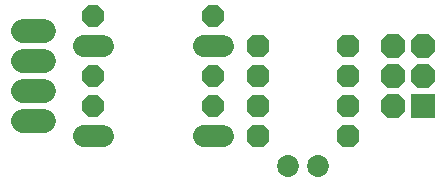
<source format=gts>
G75*
%MOIN*%
%OFA0B0*%
%FSLAX24Y24*%
%IPPOS*%
%LPD*%
%AMOC8*
5,1,8,0,0,1.08239X$1,22.5*
%
%ADD10OC8,0.0760*%
%ADD11C,0.0730*%
%ADD12C,0.0800*%
%ADD13C,0.0720*%
%ADD14OC8,0.0720*%
%ADD15R,0.0820X0.0820*%
%ADD16OC8,0.0820*%
D10*
X008600Y002415D03*
X008600Y003415D03*
X008600Y004415D03*
X008600Y005415D03*
X011600Y005415D03*
X011600Y004415D03*
X011600Y003415D03*
X011600Y002415D03*
D11*
X010600Y001415D03*
X009600Y001415D03*
D12*
X001460Y002915D02*
X000740Y002915D01*
X000740Y003915D02*
X001460Y003915D01*
X001460Y004915D02*
X000740Y004915D01*
X000740Y005915D02*
X001460Y005915D01*
D13*
X002780Y002415D02*
X003420Y002415D01*
X006780Y002415D02*
X007420Y002415D01*
X007420Y005415D02*
X006780Y005415D01*
X003420Y005415D02*
X002780Y005415D01*
D14*
X003100Y004415D03*
X003100Y003415D03*
X007100Y003415D03*
X007100Y004415D03*
X007100Y006415D03*
X003100Y006415D03*
D15*
X014100Y003415D03*
D16*
X013100Y003415D03*
X013100Y004415D03*
X014100Y004415D03*
X014100Y005415D03*
X013100Y005415D03*
M02*

</source>
